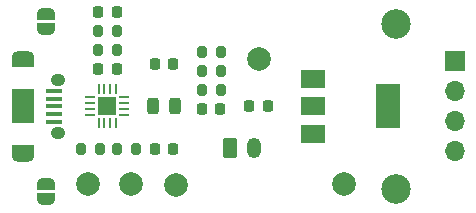
<source format=gbr>
%TF.GenerationSoftware,KiCad,Pcbnew,(6.0.0-0)*%
%TF.CreationDate,2022-08-17T15:30:41+02:00*%
%TF.ProjectId,bq24072_pmic_board,62713234-3037-4325-9f70-6d69635f626f,rev?*%
%TF.SameCoordinates,Original*%
%TF.FileFunction,Soldermask,Top*%
%TF.FilePolarity,Negative*%
%FSLAX46Y46*%
G04 Gerber Fmt 4.6, Leading zero omitted, Abs format (unit mm)*
G04 Created by KiCad (PCBNEW (6.0.0-0)) date 2022-08-17 15:30:41*
%MOMM*%
%LPD*%
G01*
G04 APERTURE LIST*
G04 Aperture macros list*
%AMRoundRect*
0 Rectangle with rounded corners*
0 $1 Rounding radius*
0 $2 $3 $4 $5 $6 $7 $8 $9 X,Y pos of 4 corners*
0 Add a 4 corners polygon primitive as box body*
4,1,4,$2,$3,$4,$5,$6,$7,$8,$9,$2,$3,0*
0 Add four circle primitives for the rounded corners*
1,1,$1+$1,$2,$3*
1,1,$1+$1,$4,$5*
1,1,$1+$1,$6,$7*
1,1,$1+$1,$8,$9*
0 Add four rect primitives between the rounded corners*
20,1,$1+$1,$2,$3,$4,$5,0*
20,1,$1+$1,$4,$5,$6,$7,0*
20,1,$1+$1,$6,$7,$8,$9,0*
20,1,$1+$1,$8,$9,$2,$3,0*%
%AMFreePoly0*
4,1,22,0.500000,-0.750000,0.000000,-0.750000,0.000000,-0.745033,-0.079941,-0.743568,-0.215256,-0.701293,-0.333266,-0.622738,-0.424486,-0.514219,-0.481581,-0.384460,-0.499164,-0.250000,-0.500000,-0.250000,-0.500000,0.250000,-0.499164,0.250000,-0.499963,0.256109,-0.478152,0.396186,-0.417904,0.524511,-0.324060,0.630769,-0.204165,0.706417,-0.067858,0.745374,0.000000,0.744959,0.000000,0.750000,
0.500000,0.750000,0.500000,-0.750000,0.500000,-0.750000,$1*%
%AMFreePoly1*
4,1,20,0.000000,0.744959,0.073905,0.744508,0.209726,0.703889,0.328688,0.626782,0.421226,0.519385,0.479903,0.390333,0.500000,0.250000,0.500000,-0.250000,0.499851,-0.262216,0.476331,-0.402017,0.414519,-0.529596,0.319384,-0.634700,0.198574,-0.708877,0.061801,-0.746166,0.000000,-0.745033,0.000000,-0.750000,-0.500000,-0.750000,-0.500000,0.750000,0.000000,0.750000,0.000000,0.744959,
0.000000,0.744959,$1*%
G04 Aperture macros list end*
%ADD10RoundRect,0.200000X0.200000X0.275000X-0.200000X0.275000X-0.200000X-0.275000X0.200000X-0.275000X0*%
%ADD11C,2.000000*%
%ADD12RoundRect,0.200000X-0.200000X-0.275000X0.200000X-0.275000X0.200000X0.275000X-0.200000X0.275000X0*%
%ADD13R,1.700000X1.700000*%
%ADD14O,1.700000X1.700000*%
%ADD15C,2.500000*%
%ADD16RoundRect,0.218750X-0.218750X-0.256250X0.218750X-0.256250X0.218750X0.256250X-0.218750X0.256250X0*%
%ADD17RoundRect,0.225000X-0.225000X-0.250000X0.225000X-0.250000X0.225000X0.250000X-0.225000X0.250000X0*%
%ADD18RoundRect,0.250000X-0.350000X-0.625000X0.350000X-0.625000X0.350000X0.625000X-0.350000X0.625000X0*%
%ADD19O,1.200000X1.750000*%
%ADD20RoundRect,0.062500X0.062500X-0.375000X0.062500X0.375000X-0.062500X0.375000X-0.062500X-0.375000X0*%
%ADD21RoundRect,0.062500X0.375000X-0.062500X0.375000X0.062500X-0.375000X0.062500X-0.375000X-0.062500X0*%
%ADD22R,1.600000X1.600000*%
%ADD23FreePoly0,90.000000*%
%ADD24FreePoly1,90.000000*%
%ADD25RoundRect,0.218750X0.218750X0.256250X-0.218750X0.256250X-0.218750X-0.256250X0.218750X-0.256250X0*%
%ADD26R,1.350000X0.400000*%
%ADD27O,1.250000X1.050000*%
%ADD28R,1.900000X0.875000*%
%ADD29O,1.900000X1.000000*%
%ADD30R,1.900000X2.900000*%
%ADD31R,2.000000X1.500000*%
%ADD32R,2.000000X3.800000*%
%ADD33RoundRect,0.243750X-0.243750X-0.456250X0.243750X-0.456250X0.243750X0.456250X-0.243750X0.456250X0*%
G04 APERTURE END LIST*
D10*
%TO.C,R204*%
X136025000Y-93600000D03*
X134375000Y-93600000D03*
%TD*%
D11*
%TO.C,TP105*%
X132000000Y-96600000D03*
%TD*%
D10*
%TO.C,R101*%
X134450000Y-83600000D03*
X132800000Y-83600000D03*
%TD*%
D12*
%TO.C,R203*%
X131350000Y-93600000D03*
X133000000Y-93600000D03*
%TD*%
D13*
%TO.C,J103*%
X163025000Y-86200000D03*
D14*
X163025000Y-88740000D03*
X163025000Y-91280000D03*
X163025000Y-93820000D03*
%TD*%
D12*
%TO.C,R102*%
X141575000Y-87000000D03*
X143225000Y-87000000D03*
%TD*%
D15*
%TO.C,REF\u002A\u002A*%
X158000000Y-97000000D03*
%TD*%
%TO.C,REF\u002A\u002A*%
X158000000Y-83000000D03*
%TD*%
D16*
%TO.C,D101*%
X137612500Y-86400000D03*
X139187500Y-86400000D03*
%TD*%
D17*
%TO.C,C202*%
X132825000Y-86800000D03*
X134375000Y-86800000D03*
%TD*%
D18*
%TO.C,J102*%
X144000000Y-93550000D03*
D19*
X146000000Y-93550000D03*
%TD*%
D11*
%TO.C,TP101*%
X139400000Y-96650000D03*
%TD*%
%TO.C,TP103*%
X135600000Y-96600000D03*
%TD*%
D17*
%TO.C,C203*%
X141625000Y-90200000D03*
X143175000Y-90200000D03*
%TD*%
D20*
%TO.C,U201*%
X132850000Y-91437500D03*
X133350000Y-91437500D03*
X133850000Y-91437500D03*
X134350000Y-91437500D03*
D21*
X135037500Y-90750000D03*
X135037500Y-90250000D03*
X135037500Y-89750000D03*
X135037500Y-89250000D03*
D20*
X134350000Y-88562500D03*
X133850000Y-88562500D03*
X133350000Y-88562500D03*
X132850000Y-88562500D03*
D21*
X132162500Y-89250000D03*
X132162500Y-89750000D03*
X132162500Y-90250000D03*
X132162500Y-90750000D03*
D22*
X133600000Y-90000000D03*
%TD*%
D12*
%TO.C,R202*%
X132800000Y-85200000D03*
X134450000Y-85200000D03*
%TD*%
D23*
%TO.C,JP1*%
X128400000Y-97850000D03*
D24*
X128400000Y-96550000D03*
%TD*%
D25*
%TO.C,D102*%
X147187500Y-90000000D03*
X145612500Y-90000000D03*
%TD*%
D26*
%TO.C,J101*%
X129095000Y-91300000D03*
X129095000Y-90650000D03*
X129095000Y-90000000D03*
X129095000Y-89350000D03*
X129095000Y-88700000D03*
D27*
X129420000Y-92225000D03*
D28*
X126420000Y-93737500D03*
D27*
X129420000Y-87775000D03*
D29*
X126420000Y-85825000D03*
D28*
X126420000Y-86262500D03*
D29*
X126420000Y-94175000D03*
D30*
X126420000Y-90000000D03*
%TD*%
D17*
%TO.C,C201*%
X132825000Y-82000000D03*
X134375000Y-82000000D03*
%TD*%
D12*
%TO.C,R205*%
X141575000Y-88600000D03*
X143225000Y-88600000D03*
%TD*%
D16*
%TO.C,D202*%
X137612500Y-93600000D03*
X139187500Y-93600000D03*
%TD*%
D10*
%TO.C,R206*%
X143225000Y-85400000D03*
X141575000Y-85400000D03*
%TD*%
D31*
%TO.C,U101*%
X151050000Y-87700000D03*
X151050000Y-90000000D03*
D32*
X157350000Y-90000000D03*
D31*
X151050000Y-92300000D03*
%TD*%
D11*
%TO.C,TP102*%
X146400000Y-86000000D03*
%TD*%
%TO.C,TP104*%
X153600000Y-96600000D03*
%TD*%
D23*
%TO.C,JP2*%
X128400000Y-83450000D03*
D24*
X128400000Y-82150000D03*
%TD*%
D33*
%TO.C,D203*%
X137462500Y-90000000D03*
X139337500Y-90000000D03*
%TD*%
M02*

</source>
